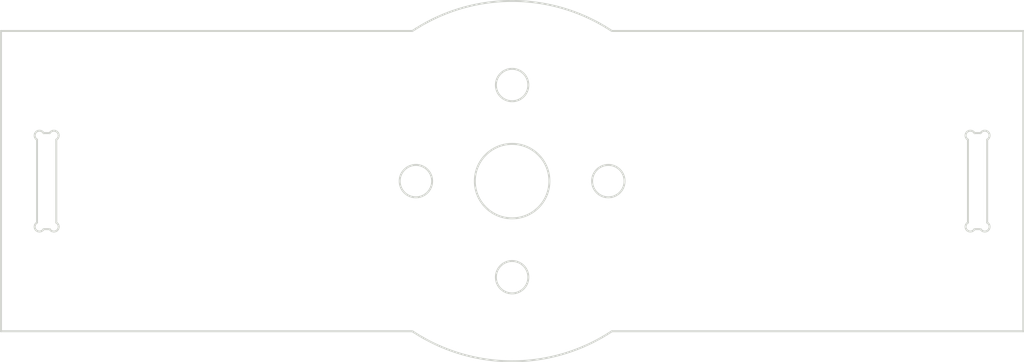
<source format=kicad_pcb>
(kicad_pcb (version 20200811) (host pcbnew "(5.99.0-2687-geae739d98)")

  (general
    (thickness 1.6)
    (drawings 0)
    (tracks 0)
    (modules 0)
    (nets 1)
  )

  (paper "A4")
  (layers
    (0 "F.Cu" signal)
    (31 "B.Cu" signal)
    (32 "B.Adhes" user)
    (33 "F.Adhes" user)
    (34 "B.Paste" user)
    (35 "F.Paste" user)
    (36 "B.SilkS" user)
    (37 "F.SilkS" user)
    (38 "B.Mask" user)
    (39 "F.Mask" user)
    (40 "Dwgs.User" user)
    (41 "Cmts.User" user)
    (42 "Eco1.User" user)
    (43 "Eco2.User" user)
    (44 "Edge.Cuts" user)
    (45 "Margin" user)
    (46 "B.CrtYd" user)
    (47 "F.CrtYd" user)
    (48 "B.Fab" user)
    (49 "F.Fab" user)
  )

  (setup
    (grid_origin 150 100)
    (pcbplotparams
      (layerselection 0x010fc_ffffffff)
      (usegerberextensions false)
      (usegerberattributes true)
      (usegerberadvancedattributes true)
      (creategerberjobfile true)
      (svguseinch false)
      (svgprecision 6)
      (excludeedgelayer true)
      (linewidth 0.100000)
      (plotframeref false)
      (viasonmask false)
      (mode 1)
      (useauxorigin false)
      (hpglpennumber 1)
      (hpglpenspeed 20)
      (hpglpendiameter 15.000000)
      (psnegative false)
      (psa4output false)
      (plotreference true)
      (plotvalue true)
      (plotinvisibletext false)
      (sketchpadsonfab false)
      (subtractmaskfromsilk false)
      (outputformat 1)
      (mirror false)
      (drillshape 1)
      (scaleselection 1)
      (outputdirectory "")
    )
  )

  (net 0 "")


  (gr_line (start 107.500 87.500) (end 141.708 87.500) (angle 90) (layer Edge.Cuts) (width 0.16))
  (gr_line (start 192.500 87.500) (end 192.500 112.500) (angle 90) (layer Edge.Cuts) (width 0.16))
  (gr_line (start 192.500 112.500) (end 158.292 112.500) (angle 90) (layer Edge.Cuts) (width 0.16))
  (gr_line (start 107.500 112.500) (end 107.500 87.500) (angle 90) (layer Edge.Cuts) (width 0.16))
  (gr_arc (start 150.000 100.000) (end 141.708 112.500) (angle -67.115) (layer Edge.Cuts) (width 0.16))
  (gr_line (start 158.292 87.500) (end 192.500 87.500) (angle 90) (layer Edge.Cuts) (width 0.16))
  (gr_line (start 141.708 112.500) (end 107.500 112.500) (angle 90) (layer Edge.Cuts) (width 0.16))
  (gr_arc (start 150.000 100.000) (end 158.292 87.500) (angle -67.115) (layer Edge.Cuts) (width 0.16))
  (gr_line (start 111.046 96.000) (end 111.554 96.000) (angle 90) (layer Edge.Cuts) (width 0.16))
  (gr_line (start 112.100 96.546) (end 112.100 103.454) (angle 90) (layer Edge.Cuts) (width 0.16))
  (gr_line (start 111.554 104.000) (end 111.046 104.000) (angle 90) (layer Edge.Cuts) (width 0.16))
  (gr_line (start 110.500 103.454) (end 110.500 96.546) (angle 90) (layer Edge.Cuts) (width 0.16))
  (gr_arc (start 110.700 96.200) (end 111.046 96.000) (angle -210.000) (layer Edge.Cuts) (width 0.16))
  (gr_arc (start 111.900 96.200) (end 112.100 96.546) (angle -210.000) (layer Edge.Cuts) (width 0.16))
  (gr_arc (start 110.700 103.800) (end 110.500 103.454) (angle -210.000) (layer Edge.Cuts) (width 0.16))
  (gr_arc (start 111.900 103.800) (end 111.554 104.000) (angle -210.000) (layer Edge.Cuts) (width 0.16))
  (gr_line (start 188.446 96.000) (end 188.954 96.000) (angle 90) (layer Edge.Cuts) (width 0.16))
  (gr_line (start 189.500 96.546) (end 189.500 103.454) (angle 90) (layer Edge.Cuts) (width 0.16))
  (gr_line (start 188.954 104.000) (end 188.446 104.000) (angle 90) (layer Edge.Cuts) (width 0.16))
  (gr_line (start 187.900 103.454) (end 187.900 96.546) (angle 90) (layer Edge.Cuts) (width 0.16))
  (gr_arc (start 188.100 96.200) (end 188.446 96.000) (angle -210.000) (layer Edge.Cuts) (width 0.16))
  (gr_arc (start 189.300 96.200) (end 189.500 96.546) (angle -210.000) (layer Edge.Cuts) (width 0.16))
  (gr_arc (start 188.100 103.800) (end 187.900 103.454) (angle -210.000) (layer Edge.Cuts) (width 0.16))
  (gr_arc (start 189.300 103.800) (end 188.954 104.000) (angle -210.000) (layer Edge.Cuts) (width 0.16))
  (gr_circle (center 150.000 100.000) (end 146.900 100.000) (layer Edge.Cuts) (width 0.16))
  (gr_circle (center 150.000 92.000) (end 148.650 92.000) (layer Edge.Cuts) (width 0.16))
  (gr_circle (center 158.000 100.000) (end 156.650 100.000) (layer Edge.Cuts) (width 0.16))
  (gr_circle (center 142.000 100.000) (end 140.650 100.000) (layer Edge.Cuts) (width 0.16))
  (gr_circle (center 150.000 108.000) (end 148.650 108.000) (layer Edge.Cuts) (width 0.16))
)
 
</source>
